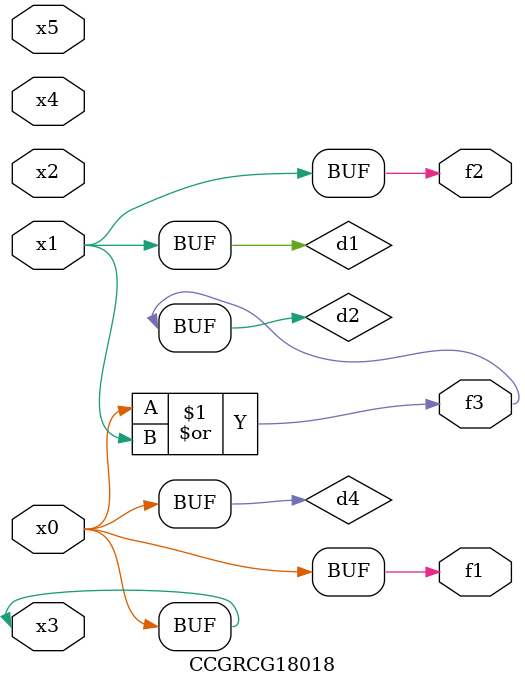
<source format=v>
module CCGRCG18018(
	input x0, x1, x2, x3, x4, x5,
	output f1, f2, f3
);

	wire d1, d2, d3, d4;

	and (d1, x1);
	or (d2, x0, x1);
	nand (d3, x0, x5);
	buf (d4, x0, x3);
	assign f1 = d4;
	assign f2 = d1;
	assign f3 = d2;
endmodule

</source>
